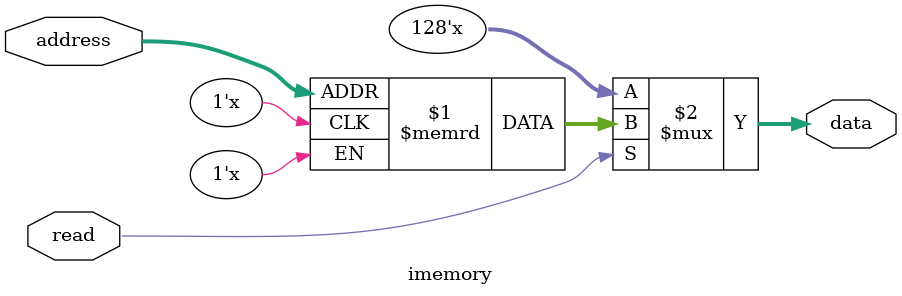
<source format=v>
`include "DEF.v"
/*
ICACHE_BLOCK_SIZE 64*4 byte
ICACHE_SIZE 16'h10000 byte
IMEMORY_SIZE 24'h1000000 byte
*/

module imemory(address, data, /*enable,*/ read);
  input [31:0] address;
  output [127:0] data;
  //input enable;
  input read;
  reg [127:0] imemory [20'hFFFFF:0];
  
  assign data = (/*enable &&*/ read) ? imemory[address] : 128'hz;
  
endmodule
</source>
